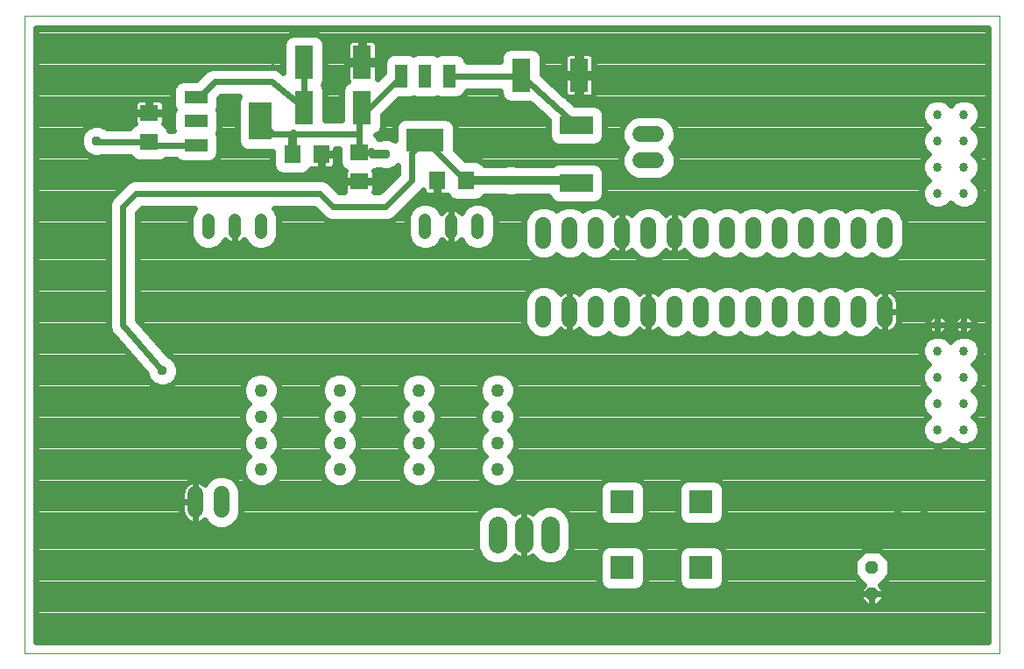
<source format=gtl>
G75*
%MOIN*%
%OFA0B0*%
%FSLAX25Y25*%
%IPPOS*%
%LPD*%
%AMOC8*
5,1,8,0,0,1.08239X$1,22.5*
%
%ADD10C,0.00000*%
%ADD11R,0.07087X0.06299*%
%ADD12R,0.06299X0.07087*%
%ADD13R,0.08800X0.04800*%
%ADD14R,0.08661X0.14173*%
%ADD15R,0.04800X0.08800*%
%ADD16R,0.14173X0.08661*%
%ADD17C,0.05000*%
%ADD18C,0.06000*%
%ADD19OC8,0.04800*%
%ADD20R,0.07087X0.12598*%
%ADD21C,0.04800*%
%ADD22R,0.12598X0.07087*%
%ADD23R,0.08858X0.08858*%
%ADD24C,0.07087*%
%ADD25C,0.03369*%
%ADD26C,0.02400*%
%ADD27C,0.03762*%
%ADD28C,0.03200*%
D10*
X0002200Y0002200D02*
X0002200Y0244661D01*
X0373401Y0244661D01*
X0373401Y0002200D01*
X0002200Y0002200D01*
D11*
X0129700Y0181688D03*
X0129700Y0192712D03*
X0049700Y0196688D03*
X0049700Y0207712D03*
D12*
X0104188Y0192200D03*
X0115212Y0192200D03*
X0159188Y0182200D03*
X0170212Y0182200D03*
D13*
X0067500Y0195600D03*
X0067500Y0204700D03*
X0067500Y0213800D03*
D14*
X0091901Y0204700D03*
D15*
X0145600Y0221900D03*
X0154700Y0221900D03*
X0163800Y0221900D03*
D16*
X0154700Y0197499D03*
D17*
X0152200Y0102200D03*
X0152200Y0092200D03*
X0152200Y0082200D03*
X0152200Y0072200D03*
X0182200Y0072200D03*
X0182200Y0082200D03*
X0182200Y0092200D03*
X0182200Y0102200D03*
X0122200Y0102200D03*
X0122200Y0092200D03*
X0122200Y0082200D03*
X0122200Y0072200D03*
X0092200Y0072200D03*
X0092200Y0082200D03*
X0092200Y0092200D03*
X0092200Y0102200D03*
D18*
X0077200Y0062700D02*
X0077200Y0056700D01*
X0067200Y0056700D02*
X0067200Y0062700D01*
X0199700Y0129200D02*
X0199700Y0135200D01*
X0209700Y0135200D02*
X0209700Y0129200D01*
X0219700Y0129200D02*
X0219700Y0135200D01*
X0229700Y0135200D02*
X0229700Y0129200D01*
X0239700Y0129200D02*
X0239700Y0135200D01*
X0249700Y0135200D02*
X0249700Y0129200D01*
X0259700Y0129200D02*
X0259700Y0135200D01*
X0269700Y0135200D02*
X0269700Y0129200D01*
X0279700Y0129200D02*
X0279700Y0135200D01*
X0289700Y0135200D02*
X0289700Y0129200D01*
X0299700Y0129200D02*
X0299700Y0135200D01*
X0309700Y0135200D02*
X0309700Y0129200D01*
X0319700Y0129200D02*
X0319700Y0135200D01*
X0329700Y0135200D02*
X0329700Y0129200D01*
X0329700Y0159200D02*
X0329700Y0165200D01*
X0319700Y0165200D02*
X0319700Y0159200D01*
X0309700Y0159200D02*
X0309700Y0165200D01*
X0299700Y0165200D02*
X0299700Y0159200D01*
X0289700Y0159200D02*
X0289700Y0165200D01*
X0279700Y0165200D02*
X0279700Y0159200D01*
X0269700Y0159200D02*
X0269700Y0165200D01*
X0259700Y0165200D02*
X0259700Y0159200D01*
X0249700Y0159200D02*
X0249700Y0165200D01*
X0239700Y0165200D02*
X0239700Y0159200D01*
X0229700Y0159200D02*
X0229700Y0165200D01*
X0219700Y0165200D02*
X0219700Y0159200D01*
X0209700Y0159200D02*
X0209700Y0165200D01*
X0199700Y0165200D02*
X0199700Y0159200D01*
X0236700Y0189700D02*
X0242700Y0189700D01*
X0242700Y0199700D02*
X0236700Y0199700D01*
D19*
X0324700Y0034700D03*
X0324700Y0024700D03*
D20*
X0130724Y0209700D03*
X0108676Y0209700D03*
X0108676Y0227200D03*
X0130724Y0227200D03*
X0191176Y0222200D03*
X0213224Y0222200D03*
D21*
X0174700Y0167100D02*
X0174700Y0162300D01*
X0164700Y0162300D02*
X0164700Y0167100D01*
X0154700Y0167100D02*
X0154700Y0162300D01*
X0092200Y0162300D02*
X0092200Y0167100D01*
X0082200Y0167100D02*
X0082200Y0162300D01*
X0072200Y0162300D02*
X0072200Y0167100D01*
D22*
X0212200Y0181176D03*
X0212200Y0203224D03*
D23*
X0229700Y0059700D03*
X0259700Y0059700D03*
X0259700Y0034700D03*
X0229700Y0034700D03*
D24*
X0202200Y0043657D02*
X0202200Y0050743D01*
X0192200Y0050743D02*
X0192200Y0043657D01*
X0182200Y0043657D02*
X0182200Y0050743D01*
D25*
X0349700Y0087200D03*
X0359700Y0087200D03*
X0359700Y0097200D03*
X0349700Y0097200D03*
X0349700Y0107200D03*
X0359700Y0107200D03*
X0359700Y0117200D03*
X0349700Y0117200D03*
X0349700Y0127200D03*
X0359700Y0127200D03*
X0359700Y0177200D03*
X0349700Y0177200D03*
X0349700Y0187200D03*
X0359700Y0187200D03*
X0359700Y0197200D03*
X0349700Y0197200D03*
X0349700Y0207200D03*
X0359700Y0207200D03*
D26*
X0363304Y0202200D02*
X0364858Y0203754D01*
X0365784Y0205990D01*
X0365784Y0208410D01*
X0364858Y0210646D01*
X0363146Y0212358D01*
X0360910Y0213284D01*
X0358490Y0213284D01*
X0356254Y0212358D01*
X0354700Y0210804D01*
X0353146Y0212358D01*
X0350910Y0213284D01*
X0348490Y0213284D01*
X0346254Y0212358D01*
X0344542Y0210646D01*
X0343616Y0208410D01*
X0343616Y0205990D01*
X0344542Y0203754D01*
X0346096Y0202200D01*
X0344542Y0200646D01*
X0343616Y0198410D01*
X0343616Y0195990D01*
X0344542Y0193754D01*
X0346096Y0192200D01*
X0344542Y0190646D01*
X0343616Y0188410D01*
X0343616Y0185990D01*
X0344542Y0183754D01*
X0346096Y0182200D01*
X0344542Y0180646D01*
X0343616Y0178410D01*
X0343616Y0175990D01*
X0344542Y0173754D01*
X0346254Y0172042D01*
X0348490Y0171116D01*
X0350910Y0171116D01*
X0353146Y0172042D01*
X0354700Y0173596D01*
X0356254Y0172042D01*
X0358490Y0171116D01*
X0360910Y0171116D01*
X0363146Y0172042D01*
X0364858Y0173754D01*
X0365784Y0175990D01*
X0365784Y0178410D01*
X0364858Y0180646D01*
X0363304Y0182200D01*
X0364858Y0183754D01*
X0365784Y0185990D01*
X0365784Y0188410D01*
X0364858Y0190646D01*
X0363304Y0192200D01*
X0364858Y0193754D01*
X0365784Y0195990D01*
X0365784Y0198410D01*
X0364858Y0200646D01*
X0363304Y0202200D01*
X0364228Y0201276D02*
X0369001Y0201276D01*
X0369001Y0198878D02*
X0365591Y0198878D01*
X0365784Y0196479D02*
X0369001Y0196479D01*
X0369001Y0194081D02*
X0364994Y0194081D01*
X0363822Y0191682D02*
X0369001Y0191682D01*
X0369001Y0189284D02*
X0365422Y0189284D01*
X0365784Y0186885D02*
X0369001Y0186885D01*
X0369001Y0184487D02*
X0365162Y0184487D01*
X0363416Y0182088D02*
X0369001Y0182088D01*
X0369001Y0179690D02*
X0365254Y0179690D01*
X0365784Y0177291D02*
X0369001Y0177291D01*
X0369001Y0174893D02*
X0365330Y0174893D01*
X0363599Y0172494D02*
X0369001Y0172494D01*
X0369001Y0170096D02*
X0335269Y0170096D01*
X0335973Y0169392D02*
X0333892Y0171473D01*
X0331172Y0172600D01*
X0328228Y0172600D01*
X0325508Y0171473D01*
X0324700Y0170665D01*
X0323892Y0171473D01*
X0321172Y0172600D01*
X0318228Y0172600D01*
X0315508Y0171473D01*
X0314700Y0170665D01*
X0313892Y0171473D01*
X0311172Y0172600D01*
X0308228Y0172600D01*
X0305508Y0171473D01*
X0304700Y0170665D01*
X0303892Y0171473D01*
X0301172Y0172600D01*
X0298228Y0172600D01*
X0295508Y0171473D01*
X0294700Y0170665D01*
X0293892Y0171473D01*
X0291172Y0172600D01*
X0288228Y0172600D01*
X0285508Y0171473D01*
X0284700Y0170665D01*
X0283892Y0171473D01*
X0281172Y0172600D01*
X0278228Y0172600D01*
X0275508Y0171473D01*
X0274700Y0170665D01*
X0273892Y0171473D01*
X0271172Y0172600D01*
X0268228Y0172600D01*
X0265508Y0171473D01*
X0264700Y0170665D01*
X0263892Y0171473D01*
X0261172Y0172600D01*
X0258228Y0172600D01*
X0255508Y0171473D01*
X0253427Y0169392D01*
X0253261Y0168993D01*
X0253088Y0169166D01*
X0252425Y0169647D01*
X0251696Y0170019D01*
X0250918Y0170272D01*
X0250109Y0170400D01*
X0249700Y0170400D01*
X0249700Y0162200D01*
X0249700Y0162200D01*
X0249700Y0170400D01*
X0249291Y0170400D01*
X0248482Y0170272D01*
X0247704Y0170019D01*
X0246975Y0169647D01*
X0246312Y0169166D01*
X0246139Y0168993D01*
X0245973Y0169392D01*
X0243892Y0171473D01*
X0241172Y0172600D01*
X0238228Y0172600D01*
X0235508Y0171473D01*
X0233427Y0169392D01*
X0233261Y0168993D01*
X0233088Y0169166D01*
X0232425Y0169647D01*
X0231696Y0170019D01*
X0230918Y0170272D01*
X0230109Y0170400D01*
X0229700Y0170400D01*
X0229700Y0162200D01*
X0229700Y0162200D01*
X0229700Y0170400D01*
X0229291Y0170400D01*
X0228482Y0170272D01*
X0227704Y0170019D01*
X0226975Y0169647D01*
X0226312Y0169166D01*
X0226139Y0168993D01*
X0225973Y0169392D01*
X0223892Y0171473D01*
X0221172Y0172600D01*
X0218228Y0172600D01*
X0215508Y0171473D01*
X0214700Y0170665D01*
X0213892Y0171473D01*
X0211172Y0172600D01*
X0208228Y0172600D01*
X0205508Y0171473D01*
X0204700Y0170665D01*
X0203892Y0171473D01*
X0201172Y0172600D01*
X0198228Y0172600D01*
X0195508Y0171473D01*
X0193427Y0169392D01*
X0192300Y0166672D01*
X0192300Y0157728D01*
X0193427Y0155008D01*
X0195508Y0152927D01*
X0198228Y0151800D01*
X0201172Y0151800D01*
X0203892Y0152927D01*
X0204700Y0153735D01*
X0205508Y0152927D01*
X0208228Y0151800D01*
X0211172Y0151800D01*
X0213892Y0152927D01*
X0214700Y0153735D01*
X0215508Y0152927D01*
X0218228Y0151800D01*
X0221172Y0151800D01*
X0223892Y0152927D01*
X0225973Y0155008D01*
X0226139Y0155407D01*
X0226312Y0155234D01*
X0226975Y0154753D01*
X0227704Y0154381D01*
X0228482Y0154128D01*
X0229291Y0154000D01*
X0229700Y0154000D01*
X0230109Y0154000D01*
X0230918Y0154128D01*
X0231696Y0154381D01*
X0232425Y0154753D01*
X0233088Y0155234D01*
X0233261Y0155407D01*
X0233427Y0155008D01*
X0235508Y0152927D01*
X0238228Y0151800D01*
X0241172Y0151800D01*
X0243892Y0152927D01*
X0245973Y0155008D01*
X0246139Y0155407D01*
X0246312Y0155234D01*
X0246975Y0154753D01*
X0247704Y0154381D01*
X0248482Y0154128D01*
X0249291Y0154000D01*
X0249700Y0154000D01*
X0250109Y0154000D01*
X0250918Y0154128D01*
X0251696Y0154381D01*
X0252425Y0154753D01*
X0253088Y0155234D01*
X0253261Y0155407D01*
X0253427Y0155008D01*
X0255508Y0152927D01*
X0258228Y0151800D01*
X0261172Y0151800D01*
X0263892Y0152927D01*
X0264700Y0153735D01*
X0265508Y0152927D01*
X0268228Y0151800D01*
X0271172Y0151800D01*
X0273892Y0152927D01*
X0274700Y0153735D01*
X0275508Y0152927D01*
X0278228Y0151800D01*
X0281172Y0151800D01*
X0283892Y0152927D01*
X0284700Y0153735D01*
X0285508Y0152927D01*
X0288228Y0151800D01*
X0291172Y0151800D01*
X0293892Y0152927D01*
X0294700Y0153735D01*
X0295508Y0152927D01*
X0298228Y0151800D01*
X0301172Y0151800D01*
X0303892Y0152927D01*
X0304700Y0153735D01*
X0305508Y0152927D01*
X0308228Y0151800D01*
X0311172Y0151800D01*
X0313892Y0152927D01*
X0314700Y0153735D01*
X0315508Y0152927D01*
X0318228Y0151800D01*
X0321172Y0151800D01*
X0323892Y0152927D01*
X0324700Y0153735D01*
X0325508Y0152927D01*
X0328228Y0151800D01*
X0331172Y0151800D01*
X0333892Y0152927D01*
X0335973Y0155008D01*
X0337100Y0157728D01*
X0337100Y0166672D01*
X0335973Y0169392D01*
X0336675Y0167697D02*
X0369001Y0167697D01*
X0369001Y0165299D02*
X0337100Y0165299D01*
X0337100Y0162900D02*
X0369001Y0162900D01*
X0369001Y0160502D02*
X0337100Y0160502D01*
X0337100Y0158103D02*
X0369001Y0158103D01*
X0369001Y0155705D02*
X0336262Y0155705D01*
X0334271Y0153306D02*
X0369001Y0153306D01*
X0369001Y0150908D02*
X0045300Y0150908D01*
X0045300Y0153306D02*
X0195129Y0153306D01*
X0193138Y0155705D02*
X0176547Y0155705D01*
X0176053Y0155500D02*
X0178552Y0156535D01*
X0180465Y0158448D01*
X0181500Y0160947D01*
X0181500Y0168453D01*
X0180465Y0170952D01*
X0178552Y0172865D01*
X0176053Y0173900D01*
X0173347Y0173900D01*
X0170848Y0172865D01*
X0168935Y0170952D01*
X0168446Y0169770D01*
X0168209Y0170097D01*
X0167697Y0170609D01*
X0167111Y0171034D01*
X0166466Y0171363D01*
X0165777Y0171587D01*
X0165062Y0171700D01*
X0164700Y0171700D01*
X0164700Y0164700D01*
X0164700Y0164700D01*
X0164700Y0157700D01*
X0165062Y0157700D01*
X0165777Y0157813D01*
X0166466Y0158037D01*
X0167111Y0158366D01*
X0167697Y0158791D01*
X0168209Y0159303D01*
X0168446Y0159630D01*
X0168935Y0158448D01*
X0170848Y0156535D01*
X0173347Y0155500D01*
X0176053Y0155500D01*
X0172853Y0155705D02*
X0156547Y0155705D01*
X0156053Y0155500D02*
X0158552Y0156535D01*
X0160465Y0158448D01*
X0160954Y0159630D01*
X0161191Y0159303D01*
X0161703Y0158791D01*
X0162289Y0158366D01*
X0162934Y0158037D01*
X0163623Y0157813D01*
X0164338Y0157700D01*
X0164700Y0157700D01*
X0164700Y0164700D01*
X0164700Y0164700D01*
X0164700Y0171700D01*
X0164338Y0171700D01*
X0163623Y0171587D01*
X0162934Y0171363D01*
X0162289Y0171034D01*
X0161703Y0170609D01*
X0161191Y0170097D01*
X0160954Y0169770D01*
X0160465Y0170952D01*
X0158552Y0172865D01*
X0156053Y0173900D01*
X0153347Y0173900D01*
X0150848Y0172865D01*
X0148935Y0170952D01*
X0147900Y0168453D01*
X0147900Y0160947D01*
X0148935Y0158448D01*
X0150848Y0156535D01*
X0153347Y0155500D01*
X0156053Y0155500D01*
X0152853Y0155705D02*
X0094047Y0155705D01*
X0093553Y0155500D02*
X0096052Y0156535D01*
X0097965Y0158448D01*
X0099000Y0160947D01*
X0099000Y0168453D01*
X0097965Y0170952D01*
X0097317Y0171600D01*
X0112380Y0171600D01*
X0114953Y0169028D01*
X0116528Y0167453D01*
X0118586Y0166600D01*
X0140814Y0166600D01*
X0142872Y0167453D01*
X0153839Y0178419D01*
X0153839Y0178367D01*
X0153989Y0177808D01*
X0154278Y0177306D01*
X0154688Y0176896D01*
X0155189Y0176607D01*
X0155749Y0176457D01*
X0158813Y0176457D01*
X0158813Y0181825D01*
X0159563Y0181825D01*
X0159563Y0176457D01*
X0162627Y0176457D01*
X0163153Y0176597D01*
X0163332Y0176164D01*
X0164570Y0174927D01*
X0166187Y0174257D01*
X0174237Y0174257D01*
X0175854Y0174927D01*
X0177092Y0176164D01*
X0177106Y0176200D01*
X0185272Y0176200D01*
X0185951Y0175919D01*
X0188449Y0175919D01*
X0189128Y0176200D01*
X0201732Y0176200D01*
X0202171Y0175141D01*
X0203408Y0173903D01*
X0205026Y0173233D01*
X0219374Y0173233D01*
X0220992Y0173903D01*
X0222229Y0175141D01*
X0222899Y0176758D01*
X0222899Y0185595D01*
X0222229Y0187212D01*
X0220992Y0188450D01*
X0219374Y0189120D01*
X0205026Y0189120D01*
X0203408Y0188450D01*
X0203159Y0188200D01*
X0189128Y0188200D01*
X0188449Y0188481D01*
X0185951Y0188481D01*
X0185272Y0188200D01*
X0177106Y0188200D01*
X0177092Y0188236D01*
X0175854Y0189473D01*
X0174237Y0190143D01*
X0169975Y0190143D01*
X0166187Y0193932D01*
X0166187Y0202705D01*
X0165517Y0204322D01*
X0164279Y0205560D01*
X0162662Y0206230D01*
X0146738Y0206230D01*
X0145121Y0205560D01*
X0143883Y0204322D01*
X0143213Y0202705D01*
X0143213Y0197543D01*
X0140949Y0198481D01*
X0138451Y0198481D01*
X0137772Y0198200D01*
X0137037Y0198200D01*
X0136973Y0198354D01*
X0135980Y0199348D01*
X0136759Y0199671D01*
X0137997Y0200908D01*
X0138667Y0202526D01*
X0138667Y0207047D01*
X0144720Y0213100D01*
X0148875Y0213100D01*
X0150150Y0213628D01*
X0151425Y0213100D01*
X0157975Y0213100D01*
X0159250Y0213628D01*
X0160525Y0213100D01*
X0167075Y0213100D01*
X0168692Y0213770D01*
X0169930Y0215008D01*
X0170465Y0216300D01*
X0182983Y0216300D01*
X0183097Y0216258D01*
X0183233Y0216264D01*
X0183233Y0215026D01*
X0183903Y0213408D01*
X0185141Y0212171D01*
X0186758Y0211501D01*
X0194596Y0211501D01*
X0201501Y0205302D01*
X0201501Y0198805D01*
X0202171Y0197188D01*
X0203408Y0195950D01*
X0205026Y0195280D01*
X0219374Y0195280D01*
X0220992Y0195950D01*
X0222229Y0197188D01*
X0222899Y0198805D01*
X0222899Y0207642D01*
X0222229Y0209259D01*
X0220992Y0210497D01*
X0219374Y0211167D01*
X0211734Y0211167D01*
X0208588Y0213991D01*
X0208831Y0213851D01*
X0209391Y0213701D01*
X0212652Y0213701D01*
X0212652Y0221628D01*
X0213795Y0221628D01*
X0213795Y0213701D01*
X0217057Y0213701D01*
X0217616Y0213851D01*
X0218118Y0214140D01*
X0218527Y0214550D01*
X0218817Y0215052D01*
X0218967Y0215611D01*
X0218967Y0221628D01*
X0213795Y0221628D01*
X0213795Y0222772D01*
X0212652Y0222772D01*
X0212652Y0230699D01*
X0209391Y0230699D01*
X0208831Y0230549D01*
X0208329Y0230260D01*
X0207920Y0229850D01*
X0207630Y0229348D01*
X0207480Y0228789D01*
X0207480Y0222772D01*
X0212652Y0222772D01*
X0212652Y0221628D01*
X0207480Y0221628D01*
X0207480Y0215611D01*
X0207630Y0215052D01*
X0207871Y0214635D01*
X0199120Y0222490D01*
X0199120Y0229374D01*
X0198450Y0230992D01*
X0197212Y0232229D01*
X0195595Y0232899D01*
X0186758Y0232899D01*
X0185141Y0232229D01*
X0183903Y0230992D01*
X0183233Y0229374D01*
X0183233Y0227500D01*
X0170465Y0227500D01*
X0169930Y0228792D01*
X0168692Y0230030D01*
X0167075Y0230700D01*
X0160525Y0230700D01*
X0159250Y0230172D01*
X0157975Y0230700D01*
X0151425Y0230700D01*
X0150150Y0230172D01*
X0148875Y0230700D01*
X0142325Y0230700D01*
X0140708Y0230030D01*
X0139470Y0228792D01*
X0138800Y0227175D01*
X0138800Y0223020D01*
X0136467Y0220686D01*
X0136467Y0226628D01*
X0131295Y0226628D01*
X0131295Y0227772D01*
X0130152Y0227772D01*
X0130152Y0235699D01*
X0126891Y0235699D01*
X0126331Y0235549D01*
X0125829Y0235260D01*
X0125420Y0234850D01*
X0125130Y0234348D01*
X0124980Y0233789D01*
X0124980Y0227772D01*
X0130152Y0227772D01*
X0130152Y0226628D01*
X0124980Y0226628D01*
X0124980Y0220611D01*
X0125130Y0220052D01*
X0125195Y0219939D01*
X0124688Y0219729D01*
X0123450Y0218492D01*
X0122780Y0216874D01*
X0122780Y0205300D01*
X0116620Y0205300D01*
X0116620Y0216874D01*
X0115967Y0218450D01*
X0116620Y0220026D01*
X0116620Y0234374D01*
X0115950Y0235992D01*
X0114712Y0237229D01*
X0113095Y0237899D01*
X0104258Y0237899D01*
X0102641Y0237229D01*
X0101403Y0235992D01*
X0100733Y0234374D01*
X0100733Y0223226D01*
X0099917Y0223879D01*
X0099349Y0224447D01*
X0099054Y0224569D01*
X0098805Y0224769D01*
X0098033Y0224992D01*
X0097290Y0225300D01*
X0096971Y0225300D01*
X0096665Y0225389D01*
X0095866Y0225300D01*
X0073586Y0225300D01*
X0071528Y0224447D01*
X0067680Y0220600D01*
X0062225Y0220600D01*
X0060608Y0219930D01*
X0059370Y0218692D01*
X0058700Y0217075D01*
X0058700Y0210525D01*
X0059228Y0209250D01*
X0058700Y0207975D01*
X0058700Y0201425D01*
X0058793Y0201200D01*
X0057442Y0201200D01*
X0056973Y0202330D01*
X0055736Y0203568D01*
X0055303Y0203747D01*
X0055443Y0204273D01*
X0055443Y0207337D01*
X0050075Y0207337D01*
X0050075Y0208087D01*
X0049325Y0208087D01*
X0049325Y0213061D01*
X0045867Y0213061D01*
X0045308Y0212911D01*
X0044806Y0212622D01*
X0044396Y0212212D01*
X0044107Y0211711D01*
X0043957Y0211151D01*
X0043957Y0208087D01*
X0049325Y0208087D01*
X0049325Y0207337D01*
X0043957Y0207337D01*
X0043957Y0204273D01*
X0044097Y0203747D01*
X0043664Y0203568D01*
X0042427Y0202330D01*
X0042409Y0202288D01*
X0033495Y0202288D01*
X0033258Y0202525D01*
X0030949Y0203481D01*
X0028451Y0203481D01*
X0026142Y0202525D01*
X0024375Y0200758D01*
X0023419Y0198449D01*
X0023419Y0195951D01*
X0024375Y0193642D01*
X0026142Y0191875D01*
X0028451Y0190919D01*
X0030949Y0190919D01*
X0031358Y0191088D01*
X0042409Y0191088D01*
X0042427Y0191046D01*
X0043664Y0189808D01*
X0045281Y0189139D01*
X0054119Y0189139D01*
X0055736Y0189808D01*
X0055927Y0190000D01*
X0060077Y0190000D01*
X0060608Y0189470D01*
X0062225Y0188800D01*
X0072775Y0188800D01*
X0074392Y0189470D01*
X0075630Y0190708D01*
X0076300Y0192325D01*
X0076300Y0198875D01*
X0075772Y0200150D01*
X0076300Y0201425D01*
X0076300Y0207975D01*
X0075772Y0209250D01*
X0076300Y0210525D01*
X0076300Y0213380D01*
X0077020Y0214100D01*
X0083766Y0214100D01*
X0083170Y0212662D01*
X0083170Y0196738D01*
X0083840Y0195121D01*
X0085078Y0193883D01*
X0086695Y0193213D01*
X0096639Y0193213D01*
X0096639Y0187781D01*
X0097308Y0186164D01*
X0098546Y0184927D01*
X0100163Y0184257D01*
X0108213Y0184257D01*
X0109830Y0184927D01*
X0111068Y0186164D01*
X0111247Y0186597D01*
X0111773Y0186457D01*
X0114837Y0186457D01*
X0114837Y0191825D01*
X0115587Y0191825D01*
X0115587Y0192575D01*
X0120561Y0192575D01*
X0120561Y0194100D01*
X0121757Y0194100D01*
X0121757Y0188687D01*
X0122427Y0187070D01*
X0123664Y0185832D01*
X0124097Y0185653D01*
X0123957Y0185127D01*
X0123957Y0182063D01*
X0129325Y0182063D01*
X0129325Y0181313D01*
X0123957Y0181313D01*
X0123957Y0178249D01*
X0124077Y0177800D01*
X0122020Y0177800D01*
X0117872Y0181947D01*
X0115814Y0182800D01*
X0043586Y0182800D01*
X0041528Y0181947D01*
X0036528Y0176947D01*
X0034953Y0175372D01*
X0034100Y0173314D01*
X0034100Y0127415D01*
X0034031Y0126519D01*
X0034100Y0126308D01*
X0034100Y0126086D01*
X0034444Y0125256D01*
X0034723Y0124401D01*
X0034868Y0124233D01*
X0034953Y0124028D01*
X0035588Y0123392D01*
X0048441Y0108397D01*
X0049375Y0106142D01*
X0051142Y0104375D01*
X0053451Y0103419D01*
X0055949Y0103419D01*
X0058258Y0104375D01*
X0060025Y0106142D01*
X0060981Y0108451D01*
X0060981Y0110949D01*
X0060025Y0113258D01*
X0058258Y0115025D01*
X0057101Y0115504D01*
X0045300Y0129272D01*
X0045300Y0169880D01*
X0047020Y0171600D01*
X0067083Y0171600D01*
X0066435Y0170952D01*
X0065400Y0168453D01*
X0065400Y0160947D01*
X0066435Y0158448D01*
X0068348Y0156535D01*
X0070847Y0155500D01*
X0073553Y0155500D01*
X0076052Y0156535D01*
X0077965Y0158448D01*
X0078454Y0159630D01*
X0078691Y0159303D01*
X0079203Y0158791D01*
X0079789Y0158366D01*
X0080434Y0158037D01*
X0081123Y0157813D01*
X0081838Y0157700D01*
X0082200Y0157700D01*
X0082562Y0157700D01*
X0083277Y0157813D01*
X0083966Y0158037D01*
X0084611Y0158366D01*
X0085197Y0158791D01*
X0085709Y0159303D01*
X0085946Y0159630D01*
X0086435Y0158448D01*
X0088348Y0156535D01*
X0090847Y0155500D01*
X0093553Y0155500D01*
X0090353Y0155705D02*
X0074047Y0155705D01*
X0070353Y0155705D02*
X0045300Y0155705D01*
X0045300Y0158103D02*
X0066780Y0158103D01*
X0065585Y0160502D02*
X0045300Y0160502D01*
X0045300Y0162900D02*
X0065400Y0162900D01*
X0065400Y0165299D02*
X0045300Y0165299D01*
X0045300Y0167697D02*
X0065400Y0167697D01*
X0066081Y0170096D02*
X0045515Y0170096D01*
X0039700Y0172200D02*
X0039700Y0127200D01*
X0054700Y0109700D01*
X0060981Y0110133D02*
X0344329Y0110133D01*
X0344542Y0110646D02*
X0343616Y0108410D01*
X0343616Y0105990D01*
X0344542Y0103754D01*
X0346096Y0102200D01*
X0344542Y0100646D01*
X0343616Y0098410D01*
X0343616Y0095990D01*
X0344542Y0093754D01*
X0346096Y0092200D01*
X0344542Y0090646D01*
X0343616Y0088410D01*
X0343616Y0085990D01*
X0344542Y0083754D01*
X0346254Y0082042D01*
X0348490Y0081116D01*
X0350910Y0081116D01*
X0353146Y0082042D01*
X0354700Y0083596D01*
X0356254Y0082042D01*
X0358490Y0081116D01*
X0360910Y0081116D01*
X0363146Y0082042D01*
X0364858Y0083754D01*
X0365784Y0085990D01*
X0365784Y0088410D01*
X0364858Y0090646D01*
X0363304Y0092200D01*
X0364858Y0093754D01*
X0365784Y0095990D01*
X0365784Y0098410D01*
X0364858Y0100646D01*
X0363304Y0102200D01*
X0364858Y0103754D01*
X0365784Y0105990D01*
X0365784Y0108410D01*
X0364858Y0110646D01*
X0363304Y0112200D01*
X0364858Y0113754D01*
X0365784Y0115990D01*
X0365784Y0118410D01*
X0364858Y0120646D01*
X0363146Y0122358D01*
X0360910Y0123284D01*
X0358490Y0123284D01*
X0356254Y0122358D01*
X0354700Y0120804D01*
X0353146Y0122358D01*
X0350910Y0123284D01*
X0348490Y0123284D01*
X0346254Y0122358D01*
X0344542Y0120646D01*
X0343616Y0118410D01*
X0343616Y0115990D01*
X0344542Y0113754D01*
X0346096Y0112200D01*
X0344542Y0110646D01*
X0345764Y0112532D02*
X0060326Y0112532D01*
X0058353Y0114930D02*
X0344055Y0114930D01*
X0343616Y0117329D02*
X0055537Y0117329D01*
X0053481Y0119727D02*
X0344161Y0119727D01*
X0346021Y0122126D02*
X0321958Y0122126D01*
X0321172Y0121800D02*
X0323892Y0122927D01*
X0325973Y0125008D01*
X0326139Y0125407D01*
X0326312Y0125234D01*
X0326975Y0124753D01*
X0327704Y0124381D01*
X0328482Y0124128D01*
X0329291Y0124000D01*
X0329700Y0124000D01*
X0330109Y0124000D01*
X0330918Y0124128D01*
X0331696Y0124381D01*
X0332425Y0124753D01*
X0333088Y0125234D01*
X0333666Y0125812D01*
X0334147Y0126475D01*
X0334519Y0127204D01*
X0334772Y0127982D01*
X0334900Y0128791D01*
X0334900Y0132200D01*
X0334900Y0135609D01*
X0334772Y0136418D01*
X0334519Y0137196D01*
X0334147Y0137925D01*
X0333666Y0138588D01*
X0333088Y0139166D01*
X0332425Y0139647D01*
X0331696Y0140019D01*
X0330918Y0140272D01*
X0330109Y0140400D01*
X0329700Y0140400D01*
X0329700Y0132200D01*
X0334900Y0132200D01*
X0329700Y0132200D01*
X0329700Y0132200D01*
X0329700Y0132200D01*
X0329700Y0124000D01*
X0329700Y0132200D01*
X0329700Y0132200D01*
X0329700Y0140400D01*
X0329291Y0140400D01*
X0328482Y0140272D01*
X0327704Y0140019D01*
X0326975Y0139647D01*
X0326312Y0139166D01*
X0326139Y0138993D01*
X0325973Y0139392D01*
X0323892Y0141473D01*
X0321172Y0142600D01*
X0318228Y0142600D01*
X0315508Y0141473D01*
X0314700Y0140665D01*
X0313892Y0141473D01*
X0311172Y0142600D01*
X0308228Y0142600D01*
X0305508Y0141473D01*
X0304700Y0140665D01*
X0303892Y0141473D01*
X0301172Y0142600D01*
X0298228Y0142600D01*
X0295508Y0141473D01*
X0294700Y0140665D01*
X0293892Y0141473D01*
X0291172Y0142600D01*
X0288228Y0142600D01*
X0285508Y0141473D01*
X0284700Y0140665D01*
X0283892Y0141473D01*
X0281172Y0142600D01*
X0278228Y0142600D01*
X0275508Y0141473D01*
X0274700Y0140665D01*
X0273892Y0141473D01*
X0271172Y0142600D01*
X0268228Y0142600D01*
X0265508Y0141473D01*
X0264700Y0140665D01*
X0263892Y0141473D01*
X0261172Y0142600D01*
X0258228Y0142600D01*
X0255508Y0141473D01*
X0254700Y0140665D01*
X0253892Y0141473D01*
X0251172Y0142600D01*
X0248228Y0142600D01*
X0245508Y0141473D01*
X0243427Y0139392D01*
X0243261Y0138993D01*
X0243088Y0139166D01*
X0242425Y0139647D01*
X0241696Y0140019D01*
X0240918Y0140272D01*
X0240109Y0140400D01*
X0239700Y0140400D01*
X0239700Y0132200D01*
X0239700Y0132200D01*
X0239700Y0124000D01*
X0240109Y0124000D01*
X0240918Y0124128D01*
X0241696Y0124381D01*
X0242425Y0124753D01*
X0243088Y0125234D01*
X0243261Y0125407D01*
X0243427Y0125008D01*
X0245508Y0122927D01*
X0248228Y0121800D01*
X0251172Y0121800D01*
X0253892Y0122927D01*
X0254700Y0123735D01*
X0255508Y0122927D01*
X0258228Y0121800D01*
X0261172Y0121800D01*
X0263892Y0122927D01*
X0264700Y0123735D01*
X0265508Y0122927D01*
X0268228Y0121800D01*
X0271172Y0121800D01*
X0273892Y0122927D01*
X0274700Y0123735D01*
X0275508Y0122927D01*
X0278228Y0121800D01*
X0281172Y0121800D01*
X0283892Y0122927D01*
X0284700Y0123735D01*
X0285508Y0122927D01*
X0288228Y0121800D01*
X0291172Y0121800D01*
X0293892Y0122927D01*
X0294700Y0123735D01*
X0295508Y0122927D01*
X0298228Y0121800D01*
X0301172Y0121800D01*
X0303892Y0122927D01*
X0304700Y0123735D01*
X0305508Y0122927D01*
X0308228Y0121800D01*
X0311172Y0121800D01*
X0313892Y0122927D01*
X0314700Y0123735D01*
X0315508Y0122927D01*
X0318228Y0121800D01*
X0321172Y0121800D01*
X0317442Y0122126D02*
X0311958Y0122126D01*
X0307442Y0122126D02*
X0301958Y0122126D01*
X0297442Y0122126D02*
X0291958Y0122126D01*
X0287442Y0122126D02*
X0281958Y0122126D01*
X0277442Y0122126D02*
X0271958Y0122126D01*
X0267442Y0122126D02*
X0261958Y0122126D01*
X0257442Y0122126D02*
X0251958Y0122126D01*
X0247442Y0122126D02*
X0231958Y0122126D01*
X0231172Y0121800D02*
X0233892Y0122927D01*
X0235973Y0125008D01*
X0236139Y0125407D01*
X0236312Y0125234D01*
X0236975Y0124753D01*
X0237704Y0124381D01*
X0238482Y0124128D01*
X0239291Y0124000D01*
X0239700Y0124000D01*
X0239700Y0132200D01*
X0239700Y0132200D01*
X0239700Y0140400D01*
X0239291Y0140400D01*
X0238482Y0140272D01*
X0237704Y0140019D01*
X0236975Y0139647D01*
X0236312Y0139166D01*
X0236139Y0138993D01*
X0235973Y0139392D01*
X0233892Y0141473D01*
X0231172Y0142600D01*
X0228228Y0142600D01*
X0225508Y0141473D01*
X0224700Y0140665D01*
X0223892Y0141473D01*
X0221172Y0142600D01*
X0218228Y0142600D01*
X0215508Y0141473D01*
X0213427Y0139392D01*
X0213261Y0138993D01*
X0213088Y0139166D01*
X0212425Y0139647D01*
X0211696Y0140019D01*
X0210918Y0140272D01*
X0210109Y0140400D01*
X0209700Y0140400D01*
X0209700Y0132200D01*
X0209700Y0132200D01*
X0209700Y0124000D01*
X0210109Y0124000D01*
X0210918Y0124128D01*
X0211696Y0124381D01*
X0212425Y0124753D01*
X0213088Y0125234D01*
X0213261Y0125407D01*
X0213427Y0125008D01*
X0215508Y0122927D01*
X0218228Y0121800D01*
X0221172Y0121800D01*
X0223892Y0122927D01*
X0224700Y0123735D01*
X0225508Y0122927D01*
X0228228Y0121800D01*
X0231172Y0121800D01*
X0227442Y0122126D02*
X0221958Y0122126D01*
X0217442Y0122126D02*
X0201958Y0122126D01*
X0201172Y0121800D02*
X0203892Y0122927D01*
X0205973Y0125008D01*
X0206139Y0125407D01*
X0206312Y0125234D01*
X0206975Y0124753D01*
X0207704Y0124381D01*
X0208482Y0124128D01*
X0209291Y0124000D01*
X0209700Y0124000D01*
X0209700Y0132200D01*
X0209700Y0132200D01*
X0209700Y0140400D01*
X0209291Y0140400D01*
X0208482Y0140272D01*
X0207704Y0140019D01*
X0206975Y0139647D01*
X0206312Y0139166D01*
X0206139Y0138993D01*
X0205973Y0139392D01*
X0203892Y0141473D01*
X0201172Y0142600D01*
X0198228Y0142600D01*
X0195508Y0141473D01*
X0193427Y0139392D01*
X0192300Y0136672D01*
X0192300Y0127728D01*
X0193427Y0125008D01*
X0195508Y0122927D01*
X0198228Y0121800D01*
X0201172Y0121800D01*
X0197442Y0122126D02*
X0051425Y0122126D01*
X0049369Y0124524D02*
X0193911Y0124524D01*
X0192634Y0126923D02*
X0047313Y0126923D01*
X0045300Y0129321D02*
X0192300Y0129321D01*
X0192300Y0131720D02*
X0045300Y0131720D01*
X0045300Y0134118D02*
X0192300Y0134118D01*
X0192300Y0136517D02*
X0045300Y0136517D01*
X0045300Y0138915D02*
X0193229Y0138915D01*
X0195348Y0141314D02*
X0045300Y0141314D01*
X0045300Y0143712D02*
X0369001Y0143712D01*
X0369001Y0141314D02*
X0324052Y0141314D01*
X0329700Y0138915D02*
X0329700Y0138915D01*
X0329700Y0136517D02*
X0329700Y0136517D01*
X0329700Y0134118D02*
X0329700Y0134118D01*
X0329700Y0131720D02*
X0329700Y0131720D01*
X0329700Y0129321D02*
X0329700Y0129321D01*
X0329700Y0126923D02*
X0329700Y0126923D01*
X0329700Y0124524D02*
X0329700Y0124524D01*
X0331977Y0124524D02*
X0346883Y0124524D01*
X0346683Y0124724D02*
X0347224Y0124183D01*
X0347860Y0123758D01*
X0348567Y0123465D01*
X0349317Y0123316D01*
X0349700Y0123316D01*
X0350083Y0123316D01*
X0350833Y0123465D01*
X0351540Y0123758D01*
X0352176Y0124183D01*
X0352717Y0124724D01*
X0353142Y0125360D01*
X0353435Y0126067D01*
X0353584Y0126817D01*
X0353584Y0127200D01*
X0353584Y0127583D01*
X0353435Y0128333D01*
X0353142Y0129040D01*
X0352717Y0129676D01*
X0352176Y0130217D01*
X0351540Y0130642D01*
X0350833Y0130935D01*
X0350083Y0131084D01*
X0349700Y0131084D01*
X0349317Y0131084D01*
X0348567Y0130935D01*
X0347860Y0130642D01*
X0347224Y0130217D01*
X0346683Y0129676D01*
X0346258Y0129040D01*
X0345965Y0128333D01*
X0345816Y0127583D01*
X0345816Y0127200D01*
X0345816Y0126817D01*
X0345965Y0126067D01*
X0346258Y0125360D01*
X0346683Y0124724D01*
X0345816Y0126923D02*
X0334376Y0126923D01*
X0334900Y0129321D02*
X0346446Y0129321D01*
X0345816Y0127200D02*
X0349700Y0127200D01*
X0353584Y0127200D01*
X0349700Y0127200D01*
X0349700Y0127200D01*
X0349700Y0127200D01*
X0349700Y0131084D01*
X0349700Y0127200D01*
X0349700Y0123316D01*
X0349700Y0127200D01*
X0349700Y0127200D01*
X0349700Y0127200D01*
X0345816Y0127200D01*
X0349700Y0126923D02*
X0349700Y0126923D01*
X0349700Y0129321D02*
X0349700Y0129321D01*
X0352954Y0129321D02*
X0356446Y0129321D01*
X0356258Y0129040D02*
X0355965Y0128333D01*
X0355816Y0127583D01*
X0355816Y0127200D01*
X0355816Y0126817D01*
X0355965Y0126067D01*
X0356258Y0125360D01*
X0356683Y0124724D01*
X0357224Y0124183D01*
X0357860Y0123758D01*
X0358567Y0123465D01*
X0359317Y0123316D01*
X0359700Y0123316D01*
X0360083Y0123316D01*
X0360833Y0123465D01*
X0361540Y0123758D01*
X0362176Y0124183D01*
X0362717Y0124724D01*
X0363142Y0125360D01*
X0363435Y0126067D01*
X0363584Y0126817D01*
X0363584Y0127200D01*
X0363584Y0127583D01*
X0363435Y0128333D01*
X0363142Y0129040D01*
X0362717Y0129676D01*
X0362176Y0130217D01*
X0361540Y0130642D01*
X0360833Y0130935D01*
X0360083Y0131084D01*
X0359700Y0131084D01*
X0359317Y0131084D01*
X0358567Y0130935D01*
X0357860Y0130642D01*
X0357224Y0130217D01*
X0356683Y0129676D01*
X0356258Y0129040D01*
X0355816Y0127200D02*
X0359700Y0127200D01*
X0363584Y0127200D01*
X0359700Y0127200D01*
X0359700Y0127200D01*
X0359700Y0127200D01*
X0359700Y0131084D01*
X0359700Y0127200D01*
X0359700Y0123316D01*
X0359700Y0127200D01*
X0359700Y0127200D01*
X0359700Y0127200D01*
X0355816Y0127200D01*
X0355816Y0126923D02*
X0353584Y0126923D01*
X0352517Y0124524D02*
X0356883Y0124524D01*
X0356021Y0122126D02*
X0353379Y0122126D01*
X0349700Y0124524D02*
X0349700Y0124524D01*
X0359700Y0124524D02*
X0359700Y0124524D01*
X0359700Y0126923D02*
X0359700Y0126923D01*
X0359700Y0129321D02*
X0359700Y0129321D01*
X0362954Y0129321D02*
X0369001Y0129321D01*
X0369001Y0126923D02*
X0363584Y0126923D01*
X0362517Y0124524D02*
X0369001Y0124524D01*
X0369001Y0122126D02*
X0363379Y0122126D01*
X0365239Y0119727D02*
X0369001Y0119727D01*
X0369001Y0117329D02*
X0365784Y0117329D01*
X0365345Y0114930D02*
X0369001Y0114930D01*
X0369001Y0112532D02*
X0363636Y0112532D01*
X0365071Y0110133D02*
X0369001Y0110133D01*
X0369001Y0107734D02*
X0365784Y0107734D01*
X0365513Y0105336D02*
X0369001Y0105336D01*
X0369001Y0102937D02*
X0364042Y0102937D01*
X0364902Y0100539D02*
X0369001Y0100539D01*
X0369001Y0098140D02*
X0365784Y0098140D01*
X0365682Y0095742D02*
X0369001Y0095742D01*
X0369001Y0093343D02*
X0364448Y0093343D01*
X0364559Y0090945D02*
X0369001Y0090945D01*
X0369001Y0088546D02*
X0365728Y0088546D01*
X0365784Y0086148D02*
X0369001Y0086148D01*
X0369001Y0083749D02*
X0364854Y0083749D01*
X0361478Y0081351D02*
X0369001Y0081351D01*
X0369001Y0078952D02*
X0188323Y0078952D01*
X0188050Y0078291D02*
X0189100Y0080827D01*
X0189100Y0083572D01*
X0188050Y0086109D01*
X0186958Y0087200D01*
X0188050Y0088291D01*
X0189100Y0090827D01*
X0189100Y0093572D01*
X0188050Y0096109D01*
X0186958Y0097200D01*
X0188050Y0098291D01*
X0189100Y0100827D01*
X0189100Y0103572D01*
X0188050Y0106109D01*
X0186109Y0108050D01*
X0183572Y0109100D01*
X0180827Y0109100D01*
X0178291Y0108050D01*
X0176350Y0106109D01*
X0175300Y0103572D01*
X0175300Y0100827D01*
X0176350Y0098291D01*
X0177442Y0097200D01*
X0176350Y0096109D01*
X0175300Y0093572D01*
X0175300Y0090827D01*
X0176350Y0088291D01*
X0177442Y0087200D01*
X0176350Y0086109D01*
X0175300Y0083572D01*
X0175300Y0080827D01*
X0176350Y0078291D01*
X0177442Y0077200D01*
X0176350Y0076109D01*
X0175300Y0073572D01*
X0175300Y0070827D01*
X0176350Y0068291D01*
X0178291Y0066350D01*
X0180827Y0065300D01*
X0183572Y0065300D01*
X0186109Y0066350D01*
X0188050Y0068291D01*
X0189100Y0070827D01*
X0189100Y0073572D01*
X0188050Y0076109D01*
X0186958Y0077200D01*
X0188050Y0078291D01*
X0187604Y0076554D02*
X0369001Y0076554D01*
X0369001Y0074155D02*
X0188859Y0074155D01*
X0189100Y0071757D02*
X0369001Y0071757D01*
X0369001Y0069358D02*
X0188491Y0069358D01*
X0186718Y0066960D02*
X0221879Y0066960D01*
X0221541Y0066622D02*
X0222778Y0067859D01*
X0224396Y0068529D01*
X0235004Y0068529D01*
X0236622Y0067859D01*
X0237859Y0066622D01*
X0238529Y0065004D01*
X0238529Y0054396D01*
X0237859Y0052778D01*
X0236622Y0051541D01*
X0235004Y0050871D01*
X0224396Y0050871D01*
X0222778Y0051541D01*
X0221541Y0052778D01*
X0220871Y0054396D01*
X0220871Y0065004D01*
X0221541Y0066622D01*
X0220871Y0064561D02*
X0084439Y0064561D01*
X0084600Y0064172D02*
X0083473Y0066892D01*
X0081392Y0068973D01*
X0078672Y0070100D01*
X0075728Y0070100D01*
X0073008Y0068973D01*
X0070927Y0066892D01*
X0070761Y0066493D01*
X0070588Y0066666D01*
X0069925Y0067147D01*
X0069196Y0067519D01*
X0068418Y0067772D01*
X0067609Y0067900D01*
X0067200Y0067900D01*
X0067200Y0059700D01*
X0067200Y0059700D01*
X0067200Y0059700D01*
X0062000Y0059700D01*
X0062000Y0063109D01*
X0062128Y0063918D01*
X0062381Y0064696D01*
X0062753Y0065425D01*
X0063234Y0066088D01*
X0063812Y0066666D01*
X0064475Y0067147D01*
X0065204Y0067519D01*
X0065982Y0067772D01*
X0066791Y0067900D01*
X0067200Y0067900D01*
X0067200Y0059700D01*
X0067200Y0051500D01*
X0067609Y0051500D01*
X0068418Y0051628D01*
X0069196Y0051881D01*
X0069925Y0052253D01*
X0070588Y0052734D01*
X0070761Y0052907D01*
X0070927Y0052508D01*
X0073008Y0050427D01*
X0075728Y0049300D01*
X0078672Y0049300D01*
X0081392Y0050427D01*
X0083473Y0052508D01*
X0084600Y0055228D01*
X0084600Y0064172D01*
X0084600Y0062163D02*
X0220871Y0062163D01*
X0220871Y0059764D02*
X0084600Y0059764D01*
X0084600Y0057366D02*
X0177589Y0057366D01*
X0177700Y0057477D02*
X0175466Y0055243D01*
X0174257Y0052323D01*
X0174257Y0042077D01*
X0175466Y0039157D01*
X0177700Y0036923D01*
X0180620Y0035713D01*
X0183780Y0035713D01*
X0186700Y0036923D01*
X0188803Y0039026D01*
X0189190Y0038745D01*
X0189995Y0038334D01*
X0190855Y0038055D01*
X0191748Y0037913D01*
X0192200Y0037913D01*
X0192652Y0037913D01*
X0193545Y0038055D01*
X0194405Y0038334D01*
X0195210Y0038745D01*
X0195597Y0039026D01*
X0197700Y0036923D01*
X0200620Y0035713D01*
X0203780Y0035713D01*
X0206700Y0036923D01*
X0208934Y0039157D01*
X0210143Y0042077D01*
X0210143Y0052323D01*
X0208934Y0055243D01*
X0206700Y0057477D01*
X0203780Y0058687D01*
X0200620Y0058687D01*
X0197700Y0057477D01*
X0195597Y0055374D01*
X0195210Y0055655D01*
X0194405Y0056066D01*
X0193545Y0056345D01*
X0192652Y0056487D01*
X0192200Y0056487D01*
X0191748Y0056487D01*
X0190855Y0056345D01*
X0189995Y0056066D01*
X0189190Y0055655D01*
X0188803Y0055374D01*
X0186700Y0057477D01*
X0183780Y0058687D01*
X0180620Y0058687D01*
X0177700Y0057477D01*
X0175352Y0054967D02*
X0084492Y0054967D01*
X0083498Y0052569D02*
X0174358Y0052569D01*
X0174257Y0050170D02*
X0080773Y0050170D01*
X0073627Y0050170D02*
X0006600Y0050170D01*
X0006600Y0047772D02*
X0174257Y0047772D01*
X0174257Y0045373D02*
X0006600Y0045373D01*
X0006600Y0042975D02*
X0174257Y0042975D01*
X0174878Y0040576D02*
X0006600Y0040576D01*
X0006600Y0038178D02*
X0176445Y0038178D01*
X0180461Y0035779D02*
X0006600Y0035779D01*
X0006600Y0033381D02*
X0220871Y0033381D01*
X0220871Y0035779D02*
X0203939Y0035779D01*
X0200461Y0035779D02*
X0183939Y0035779D01*
X0187955Y0038178D02*
X0190477Y0038178D01*
X0192200Y0038178D02*
X0192200Y0038178D01*
X0192200Y0037913D02*
X0192200Y0047200D01*
X0192200Y0047200D01*
X0192200Y0056487D01*
X0192200Y0047200D01*
X0192200Y0037913D01*
X0193923Y0038178D02*
X0196445Y0038178D01*
X0192200Y0040576D02*
X0192200Y0040576D01*
X0192200Y0042975D02*
X0192200Y0042975D01*
X0192200Y0045373D02*
X0192200Y0045373D01*
X0192200Y0047200D02*
X0192200Y0047200D01*
X0192200Y0047772D02*
X0192200Y0047772D01*
X0192200Y0050170D02*
X0192200Y0050170D01*
X0192200Y0052569D02*
X0192200Y0052569D01*
X0192200Y0054967D02*
X0192200Y0054967D01*
X0186811Y0057366D02*
X0197589Y0057366D01*
X0206811Y0057366D02*
X0220871Y0057366D01*
X0220871Y0054967D02*
X0209048Y0054967D01*
X0210042Y0052569D02*
X0221750Y0052569D01*
X0210143Y0050170D02*
X0369001Y0050170D01*
X0369001Y0047772D02*
X0210143Y0047772D01*
X0210143Y0045373D02*
X0369001Y0045373D01*
X0369001Y0042975D02*
X0266343Y0042975D01*
X0266622Y0042859D02*
X0265004Y0043529D01*
X0254396Y0043529D01*
X0252778Y0042859D01*
X0251541Y0041622D01*
X0250871Y0040004D01*
X0250871Y0029396D01*
X0251541Y0027778D01*
X0252778Y0026541D01*
X0254396Y0025871D01*
X0265004Y0025871D01*
X0266622Y0026541D01*
X0267859Y0027778D01*
X0268529Y0029396D01*
X0268529Y0040004D01*
X0267859Y0041622D01*
X0266622Y0042859D01*
X0268292Y0040576D02*
X0320960Y0040576D01*
X0321883Y0041500D02*
X0317900Y0037517D01*
X0317900Y0031883D01*
X0321639Y0028144D01*
X0320100Y0026605D01*
X0320100Y0024700D01*
X0324700Y0024700D01*
X0329300Y0024700D01*
X0329300Y0026605D01*
X0327761Y0028144D01*
X0331500Y0031883D01*
X0331500Y0037517D01*
X0327517Y0041500D01*
X0321883Y0041500D01*
X0318561Y0038178D02*
X0268529Y0038178D01*
X0268529Y0035779D02*
X0317900Y0035779D01*
X0317900Y0033381D02*
X0268529Y0033381D01*
X0268529Y0030982D02*
X0318801Y0030982D01*
X0321200Y0028584D02*
X0268193Y0028584D01*
X0265763Y0026185D02*
X0320100Y0026185D01*
X0320100Y0024700D02*
X0320100Y0022795D01*
X0322795Y0020100D01*
X0324700Y0020100D01*
X0326605Y0020100D01*
X0329300Y0022795D01*
X0329300Y0024700D01*
X0324700Y0024700D01*
X0324700Y0024700D01*
X0324700Y0024700D01*
X0324700Y0020100D01*
X0324700Y0024700D01*
X0324700Y0024700D01*
X0320100Y0024700D01*
X0320100Y0023787D02*
X0006600Y0023787D01*
X0006600Y0026185D02*
X0223637Y0026185D01*
X0224396Y0025871D02*
X0222778Y0026541D01*
X0221541Y0027778D01*
X0220871Y0029396D01*
X0220871Y0040004D01*
X0221541Y0041622D01*
X0222778Y0042859D01*
X0224396Y0043529D01*
X0235004Y0043529D01*
X0236622Y0042859D01*
X0237859Y0041622D01*
X0238529Y0040004D01*
X0238529Y0029396D01*
X0237859Y0027778D01*
X0236622Y0026541D01*
X0235004Y0025871D01*
X0224396Y0025871D01*
X0221207Y0028584D02*
X0006600Y0028584D01*
X0006600Y0030982D02*
X0220871Y0030982D01*
X0220871Y0038178D02*
X0207955Y0038178D01*
X0209522Y0040576D02*
X0221108Y0040576D01*
X0223057Y0042975D02*
X0210143Y0042975D01*
X0236343Y0042975D02*
X0253057Y0042975D01*
X0251108Y0040576D02*
X0238292Y0040576D01*
X0238529Y0038178D02*
X0250871Y0038178D01*
X0250871Y0035779D02*
X0238529Y0035779D01*
X0238529Y0033381D02*
X0250871Y0033381D01*
X0250871Y0030982D02*
X0238529Y0030982D01*
X0238193Y0028584D02*
X0251207Y0028584D01*
X0253637Y0026185D02*
X0235763Y0026185D01*
X0252778Y0051541D02*
X0254396Y0050871D01*
X0265004Y0050871D01*
X0266622Y0051541D01*
X0267859Y0052778D01*
X0268529Y0054396D01*
X0268529Y0065004D01*
X0267859Y0066622D01*
X0266622Y0067859D01*
X0265004Y0068529D01*
X0254396Y0068529D01*
X0252778Y0067859D01*
X0251541Y0066622D01*
X0250871Y0065004D01*
X0250871Y0054396D01*
X0251541Y0052778D01*
X0252778Y0051541D01*
X0251750Y0052569D02*
X0237650Y0052569D01*
X0238529Y0054967D02*
X0250871Y0054967D01*
X0250871Y0057366D02*
X0238529Y0057366D01*
X0238529Y0059764D02*
X0250871Y0059764D01*
X0250871Y0062163D02*
X0238529Y0062163D01*
X0238529Y0064561D02*
X0250871Y0064561D01*
X0251879Y0066960D02*
X0237521Y0066960D01*
X0267521Y0066960D02*
X0369001Y0066960D01*
X0369001Y0064561D02*
X0268529Y0064561D01*
X0268529Y0062163D02*
X0369001Y0062163D01*
X0369001Y0059764D02*
X0268529Y0059764D01*
X0268529Y0057366D02*
X0369001Y0057366D01*
X0369001Y0054967D02*
X0268529Y0054967D01*
X0267650Y0052569D02*
X0369001Y0052569D01*
X0369001Y0040576D02*
X0328440Y0040576D01*
X0330839Y0038178D02*
X0369001Y0038178D01*
X0369001Y0035779D02*
X0331500Y0035779D01*
X0331500Y0033381D02*
X0369001Y0033381D01*
X0369001Y0030982D02*
X0330599Y0030982D01*
X0328200Y0028584D02*
X0369001Y0028584D01*
X0369001Y0026185D02*
X0329300Y0026185D01*
X0329300Y0023787D02*
X0369001Y0023787D01*
X0369001Y0021388D02*
X0327893Y0021388D01*
X0324700Y0021388D02*
X0324700Y0021388D01*
X0324700Y0023787D02*
X0324700Y0023787D01*
X0321507Y0021388D02*
X0006600Y0021388D01*
X0006600Y0018990D02*
X0369001Y0018990D01*
X0369001Y0016591D02*
X0006600Y0016591D01*
X0006600Y0014193D02*
X0369001Y0014193D01*
X0369001Y0011794D02*
X0006600Y0011794D01*
X0006600Y0009396D02*
X0369001Y0009396D01*
X0369001Y0006997D02*
X0006600Y0006997D01*
X0006600Y0006600D02*
X0006600Y0240261D01*
X0369001Y0240261D01*
X0369001Y0006600D01*
X0006600Y0006600D01*
X0065204Y0051881D02*
X0065982Y0051628D01*
X0066791Y0051500D01*
X0067200Y0051500D01*
X0067200Y0059700D01*
X0067200Y0059700D01*
X0062000Y0059700D01*
X0062000Y0056291D01*
X0062128Y0055482D01*
X0062381Y0054704D01*
X0062753Y0053975D01*
X0063234Y0053312D01*
X0063812Y0052734D01*
X0064475Y0052253D01*
X0065204Y0051881D01*
X0064039Y0052569D02*
X0006600Y0052569D01*
X0006600Y0054967D02*
X0062295Y0054967D01*
X0062000Y0057366D02*
X0006600Y0057366D01*
X0006600Y0059764D02*
X0062000Y0059764D01*
X0062000Y0062163D02*
X0006600Y0062163D01*
X0006600Y0064561D02*
X0062337Y0064561D01*
X0064216Y0066960D02*
X0006600Y0066960D01*
X0006600Y0069358D02*
X0073938Y0069358D01*
X0070995Y0066960D02*
X0070184Y0066960D01*
X0067200Y0066960D02*
X0067200Y0066960D01*
X0067200Y0064561D02*
X0067200Y0064561D01*
X0067200Y0062163D02*
X0067200Y0062163D01*
X0067200Y0059764D02*
X0067200Y0059764D01*
X0067200Y0057366D02*
X0067200Y0057366D01*
X0067200Y0054967D02*
X0067200Y0054967D01*
X0067200Y0052569D02*
X0067200Y0052569D01*
X0070361Y0052569D02*
X0070902Y0052569D01*
X0086350Y0068291D02*
X0088291Y0066350D01*
X0090827Y0065300D01*
X0093572Y0065300D01*
X0096109Y0066350D01*
X0098050Y0068291D01*
X0099100Y0070827D01*
X0099100Y0073572D01*
X0098050Y0076109D01*
X0096958Y0077200D01*
X0098050Y0078291D01*
X0099100Y0080827D01*
X0099100Y0083572D01*
X0098050Y0086109D01*
X0096958Y0087200D01*
X0098050Y0088291D01*
X0099100Y0090827D01*
X0099100Y0093572D01*
X0098050Y0096109D01*
X0096958Y0097200D01*
X0098050Y0098291D01*
X0099100Y0100827D01*
X0099100Y0103572D01*
X0098050Y0106109D01*
X0096109Y0108050D01*
X0093572Y0109100D01*
X0090827Y0109100D01*
X0088291Y0108050D01*
X0086350Y0106109D01*
X0085300Y0103572D01*
X0085300Y0100827D01*
X0086350Y0098291D01*
X0087442Y0097200D01*
X0086350Y0096109D01*
X0085300Y0093572D01*
X0085300Y0090827D01*
X0086350Y0088291D01*
X0087442Y0087200D01*
X0086350Y0086109D01*
X0085300Y0083572D01*
X0085300Y0080827D01*
X0086350Y0078291D01*
X0087442Y0077200D01*
X0086350Y0076109D01*
X0085300Y0073572D01*
X0085300Y0070827D01*
X0086350Y0068291D01*
X0085909Y0069358D02*
X0080463Y0069358D01*
X0083405Y0066960D02*
X0087682Y0066960D01*
X0085300Y0071757D02*
X0006600Y0071757D01*
X0006600Y0074155D02*
X0085541Y0074155D01*
X0086796Y0076554D02*
X0006600Y0076554D01*
X0006600Y0078952D02*
X0086077Y0078952D01*
X0085300Y0081351D02*
X0006600Y0081351D01*
X0006600Y0083749D02*
X0085373Y0083749D01*
X0086390Y0086148D02*
X0006600Y0086148D01*
X0006600Y0088546D02*
X0086245Y0088546D01*
X0085300Y0090945D02*
X0006600Y0090945D01*
X0006600Y0093343D02*
X0085300Y0093343D01*
X0086199Y0095742D02*
X0006600Y0095742D01*
X0006600Y0098140D02*
X0086501Y0098140D01*
X0085420Y0100539D02*
X0006600Y0100539D01*
X0006600Y0102937D02*
X0085300Y0102937D01*
X0086030Y0105336D02*
X0059219Y0105336D01*
X0060684Y0107734D02*
X0087976Y0107734D01*
X0096424Y0107734D02*
X0117976Y0107734D01*
X0118291Y0108050D02*
X0116350Y0106109D01*
X0115300Y0103572D01*
X0115300Y0100827D01*
X0116350Y0098291D01*
X0117442Y0097200D01*
X0116350Y0096109D01*
X0115300Y0093572D01*
X0115300Y0090827D01*
X0116350Y0088291D01*
X0117442Y0087200D01*
X0116350Y0086109D01*
X0115300Y0083572D01*
X0115300Y0080827D01*
X0116350Y0078291D01*
X0117442Y0077200D01*
X0116350Y0076109D01*
X0115300Y0073572D01*
X0115300Y0070827D01*
X0116350Y0068291D01*
X0118291Y0066350D01*
X0120827Y0065300D01*
X0123572Y0065300D01*
X0126109Y0066350D01*
X0128050Y0068291D01*
X0129100Y0070827D01*
X0129100Y0073572D01*
X0128050Y0076109D01*
X0126958Y0077200D01*
X0128050Y0078291D01*
X0129100Y0080827D01*
X0129100Y0083572D01*
X0128050Y0086109D01*
X0126958Y0087200D01*
X0128050Y0088291D01*
X0129100Y0090827D01*
X0129100Y0093572D01*
X0128050Y0096109D01*
X0126958Y0097200D01*
X0128050Y0098291D01*
X0129100Y0100827D01*
X0129100Y0103572D01*
X0128050Y0106109D01*
X0126109Y0108050D01*
X0123572Y0109100D01*
X0120827Y0109100D01*
X0118291Y0108050D01*
X0116030Y0105336D02*
X0098370Y0105336D01*
X0099100Y0102937D02*
X0115300Y0102937D01*
X0115420Y0100539D02*
X0098980Y0100539D01*
X0097899Y0098140D02*
X0116501Y0098140D01*
X0116199Y0095742D02*
X0098201Y0095742D01*
X0099100Y0093343D02*
X0115300Y0093343D01*
X0115300Y0090945D02*
X0099100Y0090945D01*
X0098155Y0088546D02*
X0116245Y0088546D01*
X0116390Y0086148D02*
X0098010Y0086148D01*
X0099027Y0083749D02*
X0115373Y0083749D01*
X0115300Y0081351D02*
X0099100Y0081351D01*
X0098323Y0078952D02*
X0116077Y0078952D01*
X0116796Y0076554D02*
X0097604Y0076554D01*
X0098859Y0074155D02*
X0115541Y0074155D01*
X0115300Y0071757D02*
X0099100Y0071757D01*
X0098491Y0069358D02*
X0115909Y0069358D01*
X0117682Y0066960D02*
X0096718Y0066960D01*
X0126718Y0066960D02*
X0147682Y0066960D01*
X0148291Y0066350D02*
X0150827Y0065300D01*
X0153572Y0065300D01*
X0156109Y0066350D01*
X0158050Y0068291D01*
X0159100Y0070827D01*
X0159100Y0073572D01*
X0158050Y0076109D01*
X0156958Y0077200D01*
X0158050Y0078291D01*
X0159100Y0080827D01*
X0159100Y0083572D01*
X0158050Y0086109D01*
X0156958Y0087200D01*
X0158050Y0088291D01*
X0159100Y0090827D01*
X0159100Y0093572D01*
X0158050Y0096109D01*
X0156958Y0097200D01*
X0158050Y0098291D01*
X0159100Y0100827D01*
X0159100Y0103572D01*
X0158050Y0106109D01*
X0156109Y0108050D01*
X0153572Y0109100D01*
X0150827Y0109100D01*
X0148291Y0108050D01*
X0146350Y0106109D01*
X0145300Y0103572D01*
X0145300Y0100827D01*
X0146350Y0098291D01*
X0147442Y0097200D01*
X0146350Y0096109D01*
X0145300Y0093572D01*
X0145300Y0090827D01*
X0146350Y0088291D01*
X0147442Y0087200D01*
X0146350Y0086109D01*
X0145300Y0083572D01*
X0145300Y0080827D01*
X0146350Y0078291D01*
X0147442Y0077200D01*
X0146350Y0076109D01*
X0145300Y0073572D01*
X0145300Y0070827D01*
X0146350Y0068291D01*
X0148291Y0066350D01*
X0145909Y0069358D02*
X0128491Y0069358D01*
X0129100Y0071757D02*
X0145300Y0071757D01*
X0145541Y0074155D02*
X0128859Y0074155D01*
X0127604Y0076554D02*
X0146796Y0076554D01*
X0146077Y0078952D02*
X0128323Y0078952D01*
X0129100Y0081351D02*
X0145300Y0081351D01*
X0145373Y0083749D02*
X0129027Y0083749D01*
X0128010Y0086148D02*
X0146390Y0086148D01*
X0146245Y0088546D02*
X0128155Y0088546D01*
X0129100Y0090945D02*
X0145300Y0090945D01*
X0145300Y0093343D02*
X0129100Y0093343D01*
X0128201Y0095742D02*
X0146199Y0095742D01*
X0146501Y0098140D02*
X0127899Y0098140D01*
X0128980Y0100539D02*
X0145420Y0100539D01*
X0145300Y0102937D02*
X0129100Y0102937D01*
X0128370Y0105336D02*
X0146030Y0105336D01*
X0147976Y0107734D02*
X0126424Y0107734D01*
X0156424Y0107734D02*
X0177976Y0107734D01*
X0176030Y0105336D02*
X0158370Y0105336D01*
X0159100Y0102937D02*
X0175300Y0102937D01*
X0175420Y0100539D02*
X0158980Y0100539D01*
X0157899Y0098140D02*
X0176501Y0098140D01*
X0176199Y0095742D02*
X0158201Y0095742D01*
X0159100Y0093343D02*
X0175300Y0093343D01*
X0175300Y0090945D02*
X0159100Y0090945D01*
X0158155Y0088546D02*
X0176245Y0088546D01*
X0176390Y0086148D02*
X0158010Y0086148D01*
X0159027Y0083749D02*
X0175373Y0083749D01*
X0175300Y0081351D02*
X0159100Y0081351D01*
X0158323Y0078952D02*
X0176077Y0078952D01*
X0176796Y0076554D02*
X0157604Y0076554D01*
X0158859Y0074155D02*
X0175541Y0074155D01*
X0175300Y0071757D02*
X0159100Y0071757D01*
X0158491Y0069358D02*
X0175909Y0069358D01*
X0177682Y0066960D02*
X0156718Y0066960D01*
X0189100Y0081351D02*
X0347922Y0081351D01*
X0351478Y0081351D02*
X0357922Y0081351D01*
X0344546Y0083749D02*
X0189027Y0083749D01*
X0188010Y0086148D02*
X0343616Y0086148D01*
X0343672Y0088546D02*
X0188155Y0088546D01*
X0189100Y0090945D02*
X0344841Y0090945D01*
X0344952Y0093343D02*
X0189100Y0093343D01*
X0188201Y0095742D02*
X0343718Y0095742D01*
X0343616Y0098140D02*
X0187899Y0098140D01*
X0188980Y0100539D02*
X0344498Y0100539D01*
X0345358Y0102937D02*
X0189100Y0102937D01*
X0188370Y0105336D02*
X0343887Y0105336D01*
X0343616Y0107734D02*
X0186424Y0107734D01*
X0205489Y0124524D02*
X0207423Y0124524D01*
X0209700Y0124524D02*
X0209700Y0124524D01*
X0211977Y0124524D02*
X0213911Y0124524D01*
X0209700Y0126923D02*
X0209700Y0126923D01*
X0209700Y0129321D02*
X0209700Y0129321D01*
X0209700Y0131720D02*
X0209700Y0131720D01*
X0209700Y0134118D02*
X0209700Y0134118D01*
X0209700Y0136517D02*
X0209700Y0136517D01*
X0209700Y0138915D02*
X0209700Y0138915D01*
X0204052Y0141314D02*
X0215348Y0141314D01*
X0224052Y0141314D02*
X0225348Y0141314D01*
X0234052Y0141314D02*
X0245348Y0141314D01*
X0239700Y0138915D02*
X0239700Y0138915D01*
X0239700Y0136517D02*
X0239700Y0136517D01*
X0239700Y0134118D02*
X0239700Y0134118D01*
X0239700Y0131720D02*
X0239700Y0131720D01*
X0239700Y0129321D02*
X0239700Y0129321D01*
X0239700Y0126923D02*
X0239700Y0126923D01*
X0239700Y0124524D02*
X0239700Y0124524D01*
X0241977Y0124524D02*
X0243911Y0124524D01*
X0237423Y0124524D02*
X0235489Y0124524D01*
X0254052Y0141314D02*
X0255348Y0141314D01*
X0264052Y0141314D02*
X0265348Y0141314D01*
X0274052Y0141314D02*
X0275348Y0141314D01*
X0284052Y0141314D02*
X0285348Y0141314D01*
X0294052Y0141314D02*
X0295348Y0141314D01*
X0304052Y0141314D02*
X0305348Y0141314D01*
X0314052Y0141314D02*
X0315348Y0141314D01*
X0333339Y0138915D02*
X0369001Y0138915D01*
X0369001Y0136517D02*
X0334740Y0136517D01*
X0334900Y0134118D02*
X0369001Y0134118D01*
X0369001Y0131720D02*
X0334900Y0131720D01*
X0327423Y0124524D02*
X0325489Y0124524D01*
X0369001Y0146111D02*
X0045300Y0146111D01*
X0045300Y0148509D02*
X0369001Y0148509D01*
X0355801Y0172494D02*
X0353599Y0172494D01*
X0345801Y0172494D02*
X0331427Y0172494D01*
X0327973Y0172494D02*
X0321427Y0172494D01*
X0317973Y0172494D02*
X0311427Y0172494D01*
X0307973Y0172494D02*
X0301427Y0172494D01*
X0297973Y0172494D02*
X0291427Y0172494D01*
X0287973Y0172494D02*
X0281427Y0172494D01*
X0277973Y0172494D02*
X0271427Y0172494D01*
X0267973Y0172494D02*
X0261427Y0172494D01*
X0257973Y0172494D02*
X0241427Y0172494D01*
X0237973Y0172494D02*
X0221427Y0172494D01*
X0221981Y0174893D02*
X0344070Y0174893D01*
X0343616Y0177291D02*
X0222899Y0177291D01*
X0222899Y0179690D02*
X0344146Y0179690D01*
X0345984Y0182088D02*
X0222899Y0182088D01*
X0222899Y0184487D02*
X0231448Y0184487D01*
X0230427Y0185508D02*
X0232508Y0183427D01*
X0235228Y0182300D01*
X0244172Y0182300D01*
X0246892Y0183427D01*
X0248973Y0185508D01*
X0250100Y0188228D01*
X0250100Y0191172D01*
X0248973Y0193892D01*
X0248165Y0194700D01*
X0248973Y0195508D01*
X0250100Y0198228D01*
X0250100Y0201172D01*
X0248973Y0203892D01*
X0246892Y0205973D01*
X0244172Y0207100D01*
X0235228Y0207100D01*
X0232508Y0205973D01*
X0230427Y0203892D01*
X0229300Y0201172D01*
X0229300Y0198228D01*
X0230427Y0195508D01*
X0231235Y0194700D01*
X0230427Y0193892D01*
X0229300Y0191172D01*
X0229300Y0188228D01*
X0230427Y0185508D01*
X0229856Y0186885D02*
X0222365Y0186885D01*
X0229300Y0189284D02*
X0176043Y0189284D01*
X0168436Y0191682D02*
X0229511Y0191682D01*
X0230616Y0194081D02*
X0166187Y0194081D01*
X0166187Y0196479D02*
X0202879Y0196479D01*
X0201501Y0198878D02*
X0166187Y0198878D01*
X0166187Y0201276D02*
X0201501Y0201276D01*
X0201501Y0203675D02*
X0165785Y0203675D01*
X0163040Y0206073D02*
X0200642Y0206073D01*
X0197970Y0208472D02*
X0140092Y0208472D01*
X0138667Y0206073D02*
X0146360Y0206073D01*
X0143615Y0203675D02*
X0138667Y0203675D01*
X0138150Y0201276D02*
X0143213Y0201276D01*
X0143213Y0198878D02*
X0136449Y0198878D01*
X0134188Y0192712D02*
X0129700Y0192712D01*
X0129700Y0199700D01*
X0104700Y0199700D01*
X0095877Y0199700D01*
X0095877Y0200724D01*
X0091901Y0204700D01*
X0083170Y0203675D02*
X0076300Y0203675D01*
X0076300Y0206073D02*
X0083170Y0206073D01*
X0083170Y0208472D02*
X0076094Y0208472D01*
X0076300Y0210870D02*
X0083170Y0210870D01*
X0083422Y0213269D02*
X0076300Y0213269D01*
X0074700Y0219700D02*
X0068800Y0213800D01*
X0067500Y0213800D01*
X0058700Y0213269D02*
X0006600Y0213269D01*
X0006600Y0210870D02*
X0043957Y0210870D01*
X0043957Y0208472D02*
X0006600Y0208472D01*
X0006600Y0206073D02*
X0043957Y0206073D01*
X0043923Y0203675D02*
X0006600Y0203675D01*
X0006600Y0201276D02*
X0024894Y0201276D01*
X0023596Y0198878D02*
X0006600Y0198878D01*
X0006600Y0196479D02*
X0023419Y0196479D01*
X0024193Y0194081D02*
X0006600Y0194081D01*
X0006600Y0191682D02*
X0026607Y0191682D01*
X0030212Y0196688D02*
X0049700Y0196688D01*
X0050788Y0195600D01*
X0067500Y0195600D01*
X0076300Y0196479D02*
X0083277Y0196479D01*
X0083170Y0198878D02*
X0076299Y0198878D01*
X0076239Y0201276D02*
X0083170Y0201276D01*
X0084880Y0194081D02*
X0076300Y0194081D01*
X0076034Y0191682D02*
X0096639Y0191682D01*
X0096639Y0189284D02*
X0073943Y0189284D01*
X0061057Y0189284D02*
X0054469Y0189284D01*
X0044931Y0189284D02*
X0006600Y0189284D01*
X0006600Y0186885D02*
X0097010Y0186885D01*
X0099608Y0184487D02*
X0006600Y0184487D01*
X0006600Y0182088D02*
X0041868Y0182088D01*
X0039270Y0179690D02*
X0006600Y0179690D01*
X0006600Y0177291D02*
X0036872Y0177291D01*
X0034754Y0174893D02*
X0006600Y0174893D01*
X0006600Y0172494D02*
X0034100Y0172494D01*
X0034100Y0170096D02*
X0006600Y0170096D01*
X0006600Y0167697D02*
X0034100Y0167697D01*
X0034100Y0165299D02*
X0006600Y0165299D01*
X0006600Y0162900D02*
X0034100Y0162900D01*
X0034100Y0160502D02*
X0006600Y0160502D01*
X0006600Y0158103D02*
X0034100Y0158103D01*
X0034100Y0155705D02*
X0006600Y0155705D01*
X0006600Y0153306D02*
X0034100Y0153306D01*
X0034100Y0150908D02*
X0006600Y0150908D01*
X0006600Y0148509D02*
X0034100Y0148509D01*
X0034100Y0146111D02*
X0006600Y0146111D01*
X0006600Y0143712D02*
X0034100Y0143712D01*
X0034100Y0141314D02*
X0006600Y0141314D01*
X0006600Y0138915D02*
X0034100Y0138915D01*
X0034100Y0136517D02*
X0006600Y0136517D01*
X0006600Y0134118D02*
X0034100Y0134118D01*
X0034100Y0131720D02*
X0006600Y0131720D01*
X0006600Y0129321D02*
X0034100Y0129321D01*
X0034062Y0126923D02*
X0006600Y0126923D01*
X0006600Y0124524D02*
X0034683Y0124524D01*
X0036674Y0122126D02*
X0006600Y0122126D01*
X0006600Y0119727D02*
X0038730Y0119727D01*
X0040786Y0117329D02*
X0006600Y0117329D01*
X0006600Y0114930D02*
X0042841Y0114930D01*
X0044897Y0112532D02*
X0006600Y0112532D01*
X0006600Y0110133D02*
X0046953Y0110133D01*
X0048716Y0107734D02*
X0006600Y0107734D01*
X0006600Y0105336D02*
X0050181Y0105336D01*
X0082200Y0157700D02*
X0082200Y0164700D01*
X0082200Y0157700D01*
X0082200Y0158103D02*
X0082200Y0158103D01*
X0084096Y0158103D02*
X0086780Y0158103D01*
X0082200Y0160502D02*
X0082200Y0160502D01*
X0082200Y0162900D02*
X0082200Y0162900D01*
X0082200Y0164700D02*
X0082200Y0164700D01*
X0080304Y0158103D02*
X0077620Y0158103D01*
X0097620Y0158103D02*
X0149280Y0158103D01*
X0148085Y0160502D02*
X0098815Y0160502D01*
X0099000Y0162900D02*
X0147900Y0162900D01*
X0147900Y0165299D02*
X0099000Y0165299D01*
X0099000Y0167697D02*
X0116283Y0167697D01*
X0113885Y0170096D02*
X0098319Y0170096D01*
X0114700Y0177200D02*
X0119700Y0172200D01*
X0139700Y0172200D01*
X0149700Y0182200D01*
X0149700Y0192499D01*
X0154700Y0197499D01*
X0169999Y0182200D01*
X0170212Y0182200D01*
X0159563Y0179690D02*
X0158813Y0179690D01*
X0158813Y0177291D02*
X0159563Y0177291D01*
X0164651Y0174893D02*
X0150312Y0174893D01*
X0150478Y0172494D02*
X0147914Y0172494D01*
X0148581Y0170096D02*
X0145515Y0170096D01*
X0147900Y0167697D02*
X0143117Y0167697D01*
X0158922Y0172494D02*
X0170478Y0172494D01*
X0168581Y0170096D02*
X0168209Y0170096D01*
X0164700Y0170096D02*
X0164700Y0170096D01*
X0164700Y0167697D02*
X0164700Y0167697D01*
X0164700Y0165299D02*
X0164700Y0165299D01*
X0164700Y0162900D02*
X0164700Y0162900D01*
X0164700Y0160502D02*
X0164700Y0160502D01*
X0164700Y0158103D02*
X0164700Y0158103D01*
X0166596Y0158103D02*
X0169280Y0158103D01*
X0162804Y0158103D02*
X0160120Y0158103D01*
X0160819Y0170096D02*
X0161191Y0170096D01*
X0154293Y0177291D02*
X0152711Y0177291D01*
X0144100Y0184520D02*
X0137380Y0177800D01*
X0135323Y0177800D01*
X0135443Y0178249D01*
X0135443Y0181313D01*
X0130075Y0181313D01*
X0130075Y0182063D01*
X0135443Y0182063D01*
X0135443Y0185127D01*
X0135303Y0185653D01*
X0135736Y0185832D01*
X0136104Y0186200D01*
X0137772Y0186200D01*
X0138451Y0185919D01*
X0140949Y0185919D01*
X0143258Y0186875D01*
X0144100Y0187717D01*
X0144100Y0184520D01*
X0144067Y0184487D02*
X0135443Y0184487D01*
X0135443Y0182088D02*
X0141669Y0182088D01*
X0139270Y0179690D02*
X0135443Y0179690D01*
X0143268Y0186885D02*
X0144100Y0186885D01*
X0129700Y0199700D02*
X0129700Y0206176D01*
X0130724Y0209700D01*
X0130900Y0207200D01*
X0145600Y0221900D01*
X0138643Y0222863D02*
X0136467Y0222863D01*
X0136467Y0225262D02*
X0138800Y0225262D01*
X0139001Y0227660D02*
X0131295Y0227660D01*
X0131295Y0227772D02*
X0136467Y0227772D01*
X0136467Y0233789D01*
X0136317Y0234348D01*
X0136027Y0234850D01*
X0135618Y0235260D01*
X0135116Y0235549D01*
X0134557Y0235699D01*
X0131295Y0235699D01*
X0131295Y0227772D01*
X0130152Y0227660D02*
X0116620Y0227660D01*
X0116620Y0225262D02*
X0124980Y0225262D01*
X0124980Y0222863D02*
X0116620Y0222863D01*
X0116620Y0220465D02*
X0125020Y0220465D01*
X0123274Y0218066D02*
X0116126Y0218066D01*
X0116620Y0215668D02*
X0122780Y0215668D01*
X0122780Y0213269D02*
X0116620Y0213269D01*
X0116620Y0210870D02*
X0122780Y0210870D01*
X0122780Y0208472D02*
X0116620Y0208472D01*
X0116620Y0206073D02*
X0122780Y0206073D01*
X0108676Y0209700D02*
X0096176Y0219700D01*
X0074700Y0219700D01*
X0069943Y0222863D02*
X0006600Y0222863D01*
X0006600Y0220465D02*
X0061898Y0220465D01*
X0059110Y0218066D02*
X0006600Y0218066D01*
X0006600Y0215668D02*
X0058700Y0215668D01*
X0055004Y0212212D02*
X0054594Y0212622D01*
X0054092Y0212911D01*
X0053533Y0213061D01*
X0050075Y0213061D01*
X0050075Y0208087D01*
X0055443Y0208087D01*
X0055443Y0211151D01*
X0055293Y0211711D01*
X0055004Y0212212D01*
X0055443Y0210870D02*
X0058700Y0210870D01*
X0058906Y0208472D02*
X0055443Y0208472D01*
X0055443Y0206073D02*
X0058700Y0206073D01*
X0058700Y0203675D02*
X0055477Y0203675D01*
X0057410Y0201276D02*
X0058761Y0201276D01*
X0050075Y0208472D02*
X0049325Y0208472D01*
X0049325Y0210870D02*
X0050075Y0210870D01*
X0030212Y0196688D02*
X0029700Y0197200D01*
X0044700Y0177200D02*
X0039700Y0172200D01*
X0044700Y0177200D02*
X0114700Y0177200D01*
X0120130Y0179690D02*
X0123957Y0179690D01*
X0123957Y0182088D02*
X0117532Y0182088D01*
X0118651Y0186457D02*
X0115587Y0186457D01*
X0115587Y0191825D01*
X0120561Y0191825D01*
X0120561Y0188367D01*
X0120411Y0187808D01*
X0120122Y0187306D01*
X0119712Y0186896D01*
X0119211Y0186607D01*
X0118651Y0186457D01*
X0119693Y0186885D02*
X0122611Y0186885D01*
X0121757Y0189284D02*
X0120561Y0189284D01*
X0120561Y0191682D02*
X0121757Y0191682D01*
X0121757Y0194081D02*
X0120561Y0194081D01*
X0115587Y0191682D02*
X0114837Y0191682D01*
X0114837Y0189284D02*
X0115587Y0189284D01*
X0115587Y0186885D02*
X0114837Y0186885D01*
X0108769Y0184487D02*
X0123957Y0184487D01*
X0108676Y0209700D02*
X0108676Y0227200D01*
X0100733Y0227660D02*
X0006600Y0227660D01*
X0006600Y0225262D02*
X0073493Y0225262D01*
X0097383Y0225262D02*
X0100733Y0225262D01*
X0100733Y0230059D02*
X0006600Y0230059D01*
X0006600Y0232457D02*
X0100733Y0232457D01*
X0100932Y0234856D02*
X0006600Y0234856D01*
X0006600Y0237254D02*
X0102700Y0237254D01*
X0114652Y0237254D02*
X0369001Y0237254D01*
X0369001Y0234856D02*
X0136022Y0234856D01*
X0136467Y0232457D02*
X0185690Y0232457D01*
X0183516Y0230059D02*
X0168624Y0230059D01*
X0170399Y0227660D02*
X0183233Y0227660D01*
X0183976Y0221900D02*
X0163800Y0221900D01*
X0170203Y0215668D02*
X0183233Y0215668D01*
X0184042Y0213269D02*
X0167483Y0213269D01*
X0160117Y0213269D02*
X0158383Y0213269D01*
X0151017Y0213269D02*
X0149283Y0213269D01*
X0142490Y0210870D02*
X0195298Y0210870D01*
X0204048Y0218066D02*
X0207480Y0218066D01*
X0207480Y0215668D02*
X0206720Y0215668D01*
X0209392Y0213269D02*
X0348453Y0213269D01*
X0350947Y0213269D02*
X0358453Y0213269D01*
X0360947Y0213269D02*
X0369001Y0213269D01*
X0369001Y0210870D02*
X0364634Y0210870D01*
X0365759Y0208472D02*
X0369001Y0208472D01*
X0369001Y0206073D02*
X0365784Y0206073D01*
X0364779Y0203675D02*
X0369001Y0203675D01*
X0354766Y0210870D02*
X0354634Y0210870D01*
X0344766Y0210870D02*
X0220090Y0210870D01*
X0222555Y0208472D02*
X0343641Y0208472D01*
X0343616Y0206073D02*
X0246650Y0206073D01*
X0249063Y0203675D02*
X0344621Y0203675D01*
X0345172Y0201276D02*
X0250057Y0201276D01*
X0250100Y0198878D02*
X0343809Y0198878D01*
X0343616Y0196479D02*
X0249376Y0196479D01*
X0248784Y0194081D02*
X0344406Y0194081D01*
X0345578Y0191682D02*
X0249889Y0191682D01*
X0250100Y0189284D02*
X0343978Y0189284D01*
X0343616Y0186885D02*
X0249544Y0186885D01*
X0247952Y0184487D02*
X0344238Y0184487D01*
X0325129Y0153306D02*
X0324271Y0153306D01*
X0315129Y0153306D02*
X0314271Y0153306D01*
X0305129Y0153306D02*
X0304271Y0153306D01*
X0295129Y0153306D02*
X0294271Y0153306D01*
X0285129Y0153306D02*
X0284271Y0153306D01*
X0275129Y0153306D02*
X0274271Y0153306D01*
X0265129Y0153306D02*
X0264271Y0153306D01*
X0255129Y0153306D02*
X0244271Y0153306D01*
X0249700Y0154000D02*
X0249700Y0162200D01*
X0249700Y0154000D01*
X0249700Y0155705D02*
X0249700Y0155705D01*
X0249700Y0158103D02*
X0249700Y0158103D01*
X0249700Y0160502D02*
X0249700Y0160502D01*
X0249700Y0162200D02*
X0249700Y0162200D01*
X0249700Y0162900D02*
X0249700Y0162900D01*
X0249700Y0165299D02*
X0249700Y0165299D01*
X0249700Y0167697D02*
X0249700Y0167697D01*
X0249700Y0170096D02*
X0249700Y0170096D01*
X0251460Y0170096D02*
X0254131Y0170096D01*
X0247940Y0170096D02*
X0245269Y0170096D01*
X0234131Y0170096D02*
X0231460Y0170096D01*
X0229700Y0170096D02*
X0229700Y0170096D01*
X0227940Y0170096D02*
X0225269Y0170096D01*
X0229700Y0167697D02*
X0229700Y0167697D01*
X0229700Y0165299D02*
X0229700Y0165299D01*
X0229700Y0162900D02*
X0229700Y0162900D01*
X0229700Y0162200D02*
X0229700Y0154000D01*
X0229700Y0162200D01*
X0229700Y0162200D01*
X0229700Y0160502D02*
X0229700Y0160502D01*
X0229700Y0158103D02*
X0229700Y0158103D01*
X0229700Y0155705D02*
X0229700Y0155705D01*
X0224271Y0153306D02*
X0235129Y0153306D01*
X0215129Y0153306D02*
X0214271Y0153306D01*
X0205129Y0153306D02*
X0204271Y0153306D01*
X0192300Y0158103D02*
X0180120Y0158103D01*
X0181315Y0160502D02*
X0192300Y0160502D01*
X0192300Y0162900D02*
X0181500Y0162900D01*
X0181500Y0165299D02*
X0192300Y0165299D01*
X0192725Y0167697D02*
X0181500Y0167697D01*
X0180819Y0170096D02*
X0194131Y0170096D01*
X0197973Y0172494D02*
X0178922Y0172494D01*
X0175772Y0174893D02*
X0202418Y0174893D01*
X0201427Y0172494D02*
X0207973Y0172494D01*
X0211427Y0172494D02*
X0217973Y0172494D01*
X0221521Y0196479D02*
X0230024Y0196479D01*
X0229300Y0198878D02*
X0222899Y0198878D01*
X0222899Y0201276D02*
X0229343Y0201276D01*
X0230337Y0203675D02*
X0222899Y0203675D01*
X0222899Y0206073D02*
X0232750Y0206073D01*
X0218967Y0215668D02*
X0369001Y0215668D01*
X0369001Y0218066D02*
X0218967Y0218066D01*
X0218967Y0220465D02*
X0369001Y0220465D01*
X0369001Y0222863D02*
X0218967Y0222863D01*
X0218967Y0222772D02*
X0218967Y0228789D01*
X0218817Y0229348D01*
X0218527Y0229850D01*
X0218118Y0230260D01*
X0217616Y0230549D01*
X0217057Y0230699D01*
X0213795Y0230699D01*
X0213795Y0222772D01*
X0218967Y0222772D01*
X0218967Y0225262D02*
X0369001Y0225262D01*
X0369001Y0227660D02*
X0218967Y0227660D01*
X0218319Y0230059D02*
X0369001Y0230059D01*
X0369001Y0232457D02*
X0196662Y0232457D01*
X0198836Y0230059D02*
X0208128Y0230059D01*
X0207480Y0227660D02*
X0199120Y0227660D01*
X0199120Y0225262D02*
X0207480Y0225262D01*
X0207480Y0222863D02*
X0199120Y0222863D01*
X0201376Y0220465D02*
X0207480Y0220465D01*
X0212652Y0220465D02*
X0213795Y0220465D01*
X0213795Y0222863D02*
X0212652Y0222863D01*
X0212652Y0225262D02*
X0213795Y0225262D01*
X0213795Y0227660D02*
X0212652Y0227660D01*
X0212652Y0230059D02*
X0213795Y0230059D01*
X0213795Y0218066D02*
X0212652Y0218066D01*
X0212652Y0215668D02*
X0213795Y0215668D01*
X0212200Y0203224D02*
X0192200Y0221176D01*
X0191176Y0222200D01*
X0183976Y0221900D01*
X0140776Y0230059D02*
X0136467Y0230059D01*
X0131295Y0230059D02*
X0130152Y0230059D01*
X0130152Y0232457D02*
X0131295Y0232457D01*
X0131295Y0234856D02*
X0130152Y0234856D01*
X0125425Y0234856D02*
X0116420Y0234856D01*
X0116620Y0232457D02*
X0124980Y0232457D01*
X0124980Y0230059D02*
X0116620Y0230059D01*
X0006600Y0239653D02*
X0369001Y0239653D01*
D27*
X0187200Y0182200D03*
X0139700Y0192200D03*
X0029700Y0197200D03*
X0054700Y0109700D03*
X0334700Y0057200D03*
X0344700Y0057200D03*
X0344700Y0047200D03*
X0334700Y0047200D03*
D28*
X0212200Y0181176D02*
X0211176Y0182200D01*
X0187200Y0182200D01*
X0170212Y0182200D01*
X0139700Y0192200D02*
X0134700Y0192200D01*
X0134188Y0192712D01*
X0104188Y0192200D02*
X0104188Y0199188D01*
X0104700Y0199700D01*
M02*

</source>
